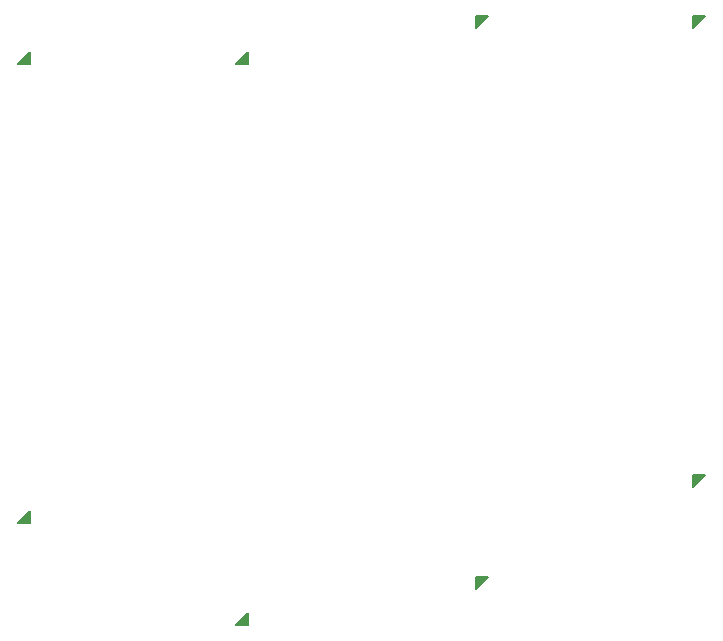
<source format=gbo>
G04 #@! TF.GenerationSoftware,KiCad,Pcbnew,5.1.5+dfsg1-2build2*
G04 #@! TF.CreationDate,2020-09-22T17:53:16+09:00*
G04 #@! TF.ProjectId,shield,73686965-6c64-42e6-9b69-6361645f7063,rev?*
G04 #@! TF.SameCoordinates,Original*
G04 #@! TF.FileFunction,Legend,Bot*
G04 #@! TF.FilePolarity,Positive*
%FSLAX46Y46*%
G04 Gerber Fmt 4.6, Leading zero omitted, Abs format (unit mm)*
G04 Created by KiCad (PCBNEW 5.1.5+dfsg1-2build2) date 2020-09-22 17:53:16*
%MOMM*%
%LPD*%
G04 APERTURE LIST*
%ADD10C,0.150000*%
G04 APERTURE END LIST*
D10*
G36*
X29845000Y-62230000D02*
G01*
X28829000Y-63246000D01*
X29845000Y-63246000D01*
X29845000Y-62230000D01*
G37*
X29845000Y-62230000D02*
X28829000Y-63246000D01*
X29845000Y-63246000D01*
X29845000Y-62230000D01*
G36*
X29845000Y-23368000D02*
G01*
X28829000Y-24384000D01*
X29845000Y-24384000D01*
X29845000Y-23368000D01*
G37*
X29845000Y-23368000D02*
X28829000Y-24384000D01*
X29845000Y-24384000D01*
X29845000Y-23368000D01*
G36*
X48260000Y-70866000D02*
G01*
X47244000Y-71882000D01*
X48260000Y-71882000D01*
X48260000Y-70866000D01*
G37*
X48260000Y-70866000D02*
X47244000Y-71882000D01*
X48260000Y-71882000D01*
X48260000Y-70866000D01*
G36*
X48260000Y-23368000D02*
G01*
X47244000Y-24384000D01*
X48260000Y-24384000D01*
X48260000Y-23368000D01*
G37*
X48260000Y-23368000D02*
X47244000Y-24384000D01*
X48260000Y-24384000D01*
X48260000Y-23368000D01*
G36*
X85979000Y-60198000D02*
G01*
X86995000Y-59182000D01*
X85979000Y-59182000D01*
X85979000Y-60198000D01*
G37*
X85979000Y-60198000D02*
X86995000Y-59182000D01*
X85979000Y-59182000D01*
X85979000Y-60198000D01*
G36*
X67564000Y-68834000D02*
G01*
X68580000Y-67818000D01*
X67564000Y-67818000D01*
X67564000Y-68834000D01*
G37*
X67564000Y-68834000D02*
X68580000Y-67818000D01*
X67564000Y-67818000D01*
X67564000Y-68834000D01*
G36*
X85979000Y-21336000D02*
G01*
X86995000Y-20320000D01*
X85979000Y-20320000D01*
X85979000Y-21336000D01*
G37*
X85979000Y-21336000D02*
X86995000Y-20320000D01*
X85979000Y-20320000D01*
X85979000Y-21336000D01*
G36*
X67564000Y-21336000D02*
G01*
X68580000Y-20320000D01*
X67564000Y-20320000D01*
X67564000Y-21336000D01*
G37*
X67564000Y-21336000D02*
X68580000Y-20320000D01*
X67564000Y-20320000D01*
X67564000Y-21336000D01*
M02*

</source>
